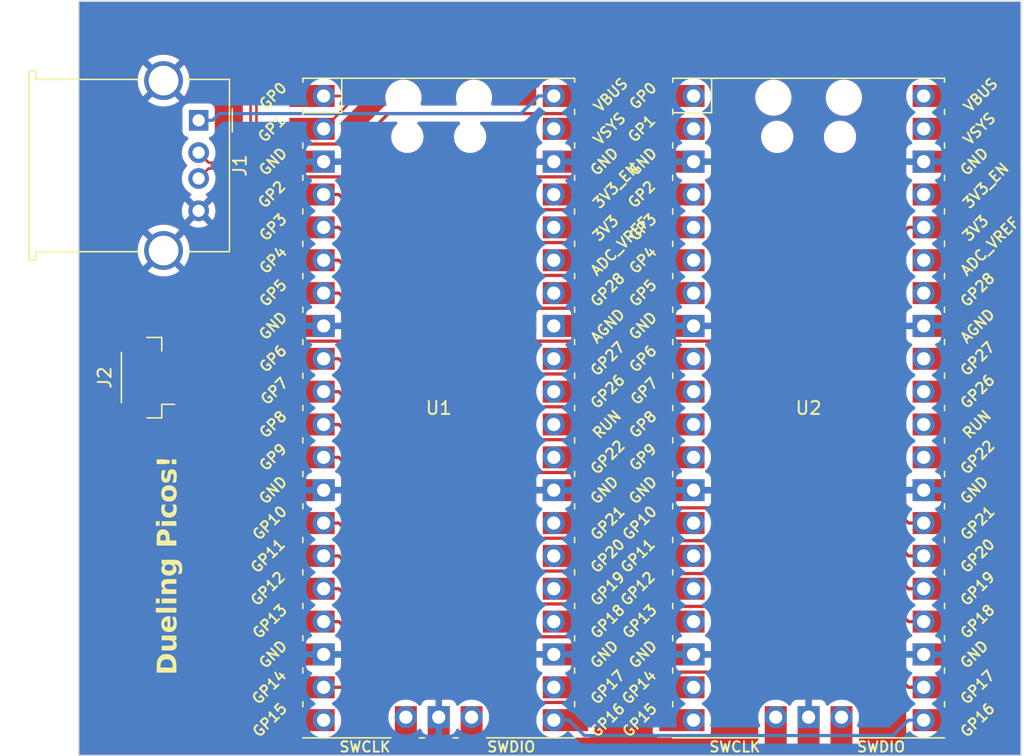
<source format=kicad_pcb>
(kicad_pcb (version 20221018) (generator pcbnew)
  (layers (0 "F.Cu" signal) (31 "B.Cu" signal) (34 "B.Paste" user) (35 "F.Paste" user) (36 "B.SilkS" user "B.Silkscreen") (37 "F.SilkS" user "F.Silkscreen") (38 "B.Mask" user) (39 "F.Mask" user) (44 "Edge.Cuts" user))
  (net 0 "")
  (net 1 "Net-(J1-VBUS)")
  (net 2 "/D-")
  (net 3 "/D+")
  (net 4 "GND")
  (net 5 "VCC")
  (net 6 "/SDA")
  (net 7 "/SCL")
  (net 8 "/Up")
  (net 9 "/Down")
  (net 10 "/Right")
  (net 11 "/Left")
  (net 12 "/B1")
  (net 13 "/B2")
  (net 14 "/R2")
  (net 15 "/L2")
  (net 16 "/B3")
  (net 17 "/B4")
  (net 18 "/R1")
  (net 19 "/L1")
  (net 20 "/TURBO")
  (net 22 "/S1")
  (net 23 "/S2")
  (net 24 "/L3")
  (net 25 "/R3")
  (net 26 "/A1")
  (net 27 "/A2")
  (footprint "MCU_RaspberryPi_and_Boards:RPi_Pico_SMD_TH" (layer "F.Cu") (at 153.09 85.15)
    (fp_text reference "U2" (at 0 0) (layer "F.SilkS"))
    (fp_text value "GP2040-CE Pico")
    (fp_text user "ADC_VREF" (at 14 -12.5 45) (layer "F.SilkS") (effects (font (size 0.8 0.8))))
    (fp_text user "GP1" (at -12.9 -21.6 45) (layer "F.SilkS") (effects (font (size 0.8 0.8))))
    (fp_text user "GP2" (at -12.9 -16.51 45) (layer "F.SilkS") (effects (font (size 0.8 0.8))))
    (fp_text user "VSYS" (at 13.2 -21.59 45) (layer "F.SilkS") (effects (font (size 0.8 0.8))))
    (fp_text user "GP0" (at -12.8 -24.13 45) (layer "F.SilkS") (effects (font (size 0.8 0.8))))
    (fp_text user "GND" (at -12.8 19.05 45) (layer "F.SilkS") (effects (font (size 0.8 0.8))))
    (fp_text user "GND" (at -12.8 6.35 45) (layer "F.SilkS") (effects (font (size 0.8 0.8))))
    (fp_text user "GP11" (at -13.2 11.43 45) (layer "F.SilkS") (effects (font (size 0.8 0.8))))
    (fp_text user "GP22" (at 13.054 3.81 45) (layer "F.SilkS") (effects (font (size 0.8 0.8))))
    (fp_text user "GND" (at 12.8 19.05 45) (layer "F.SilkS") (effects (font (size 0.8 0.8))))
    (fp_text user "GP8" (at -12.8 1.27 45) (layer "F.SilkS") (effects (font (size 0.8 0.8))))
    (fp_text user "GP21" (at 13.054 8.9 45) (layer "F.SilkS") (effects (font (size 0.8 0.8))))
    (fp_text user "GP7" (at -12.7 -1.3 45) (layer "F.SilkS") (effects (font (size 0.8 0.8))))
    (fp_text user "GP3" (at -12.8 -13.97 45) (layer "F.SilkS") (effects (font (size 0.8 0.8))))
    (fp_text user "SWCLK" (at -5.7 26.2) (layer "F.SilkS") (effects (font (size 0.8 0.8))))
    (fp_text user "GP16" (at 13.054 24.13 45) (layer "F.SilkS") (effects (font (size 0.8 0.8))))
    (fp_text user "GP26" (at 13.054 -1.27 45) (layer "F.SilkS") (effects (font (size 0.8 0.8))))
    (fp_text user "GP18" (at 13.054 16.51 45) (layer "F.SilkS") (effects (font (size 0.8 0.8))))
    (fp_text user "VBUS" (at 13.3 -24.2 45) (layer "F.SilkS") (effects (font (size 0.8 0.8))))
    (fp_text user "GP28" (at 13.054 -9.144 45) (layer "F.SilkS") (effects (font (size 0.8 0.8))))
    (fp_text user "GP5" (at -12.8 -8.89 45) (layer "F.SilkS") (effects (font (size 0.8 0.8))))
    (fp_text user "3V3" (at 12.9 -13.9 45) (layer "F.SilkS") (effects (font (size 0.8 0.8))))
    (fp_text user "GP12" (at -13.2 13.97 45) (layer "F.SilkS") (effects (font (size 0.8 0.8))))
    (fp_text user "GP14" (at -13.1 21.59 45) (layer "F.SilkS") (effects (font (size 0.8 0.8))))
    (fp_text user "GP17" (at 13.054 21.59 45) (layer "F.SilkS") (effects (font (size 0.8 0.8))))
    (fp_text user "GP10" (at -13.054 8.89 45) (layer "F.SilkS") (effects (font (size 0.8 0.8))))
    (fp_text user "GP15" (at -13.054 24.13 45) (layer "F.SilkS") (effects (font (size 0.8 0.8))))
    (fp_text user "GND" (at 12.8 -19.05 45) (layer "F.SilkS") (effects (font (size 0.8 0.8))))
    (fp_text user "GP4" (at -12.8 -11.43 45) (layer "F.SilkS") (effects (font (size 0.8 0.8))))
    (fp_text user "GP20" (at 13.054 11.43 45) (layer "F.SilkS") (effects (font (size 0.8 0.8))))
    (fp_text user "GP19" (at 13.054 13.97 45) (layer "F.SilkS") (effects (font (size 0.8 0.8))))
    (fp_text user "RUN" (at 13 1.27 45) (layer "F.SilkS") (effects (font (size 0.8 0.8))))
    (fp_text user "GND" (at 12.8 6.35 45) (layer "F.SilkS") (effects (font (size 0.8 0.8))))
    (fp_text user "GP27" (at 13.054 -3.8 45) (layer "F.SilkS") (effects (font (size 0.8 0.8))))
    (fp_text user "GND" (at -12.8 -19.05 45) (layer "F.SilkS") (effects (font (size 0.8 0.8))))
    (fp_text user "GND" (at -12.8 -6.35 45) (layer "F.SilkS") (effects (font (size 0.8 0.8))))
    (fp_text user "3V3_EN" (at 13.7 -17.2 45) (layer "F.SilkS") (effects (font (size 0.8 0.8))))
    (fp_text user "SWDIO" (at 5.6 26.2) (layer "F.SilkS") (effects (font (size 0.8 0.8))))
    (fp_text user "GP9" (at -12.8 3.81 45) (layer "F.SilkS") (effects (font (size 0.8 0.8))))
    (fp_text user "GP13" (at -13.054 16.51 45) (layer "F.SilkS") (effects (font (size 0.8 0.8))))
    (fp_text user "GP6" (at -12.8 -3.81 45) (layer "F.SilkS") (effects (font (size 0.8 0.8))))
    (fp_text user "AGND" (at 13.054 -6.35 45) (layer "F.SilkS") (effects (font (size 0.8 0.8))))
    (pad "" np_thru_hole oval (at -2.725 -24) (size 1.8 1.8) (drill 1.8) (layers "*.Cu" "*.Mask"))
    (pad "" np_thru_hole oval (at -2.425 -20.97) (size 1.5 1.5) (drill 1.5) (layers "*.Cu" "*.Mask"))
    (pad "" np_thru_hole oval (at 2.425 -20.97) (size 1.5 1.5) (drill 1.5) (layers "*.Cu" "*.Mask"))
    (pad "" np_thru_hole oval (at 2.725 -24) (size 1.8 1.8) (drill 1.8) (layers "*.Cu" "*.Mask"))
    (pad "1" thru_hole oval (at -8.89 -24.13) (size 1.7 1.7) (drill 1.02) (layers "*.Cu" "*.Mask") (net 6 "/SDA"))
    (pad "1" smd rect (at -8.89 -24.13) (size 3.5 1.7) (drill (offset -0.9 0)) (layers "F.Cu" "F.Mask") (net 6 "/SDA"))
    (pad "2" thru_hole oval (at -8.89 -21.59) (size 1.7 1.7) (drill 1.02) (layers "*.Cu" "*.Mask") (net 7 "/SCL"))
    (pad "2" smd rect (at -8.89 -21.59) (size 3.5 1.7) (drill (offset -0.9 0)) (layers "F.Cu" "F.Mask") (net 7 "/SCL"))
    (pad "3" thru_hole rect (at -8.89 -19.05) (size 1.7 1.7) (drill 1.02) (layers "*.Cu" "*.Mask") (net 4 "GND"))
    (pad "3" smd rect (at -8.89 -19.05) (size 3.5 1.7) (drill (offset -0.9 0)) (layers "F.Cu" "F.Mask") (net 4 "GND"))
    (pad "4" thru_hole oval (at -8.89 -16.51) (size 1.7 1.7) (drill 1.02) (layers "*.Cu" "*.Mask") (net 8 "/Up"))
    (pad "4" smd rect (at -8.89 -16.51) (size 3.5 1.7) (drill (offset -0.9 0)) (layers "F.Cu" "F.Mask") (net 8 "/Up"))
    (pad "5" thru_hole oval (at -8.89 -13.97) (size 1.7 1.7) (drill 1.02) (layers "*.Cu" "*.Mask") (net 9 "/Down"))
    (pad "5" smd rect (at -8.89 -13.97) (size 3.5 1.7) (drill (offset -0.9 0)) (layers "F.Cu" "F.Mask") (net 9 "/Down"))
    (pad "6" thru_hole oval (at -8.89 -11.43) (size 1.7 1.7) (drill 1.02) (layers "*.Cu" "*.Mask") (net 10 "/Right"))
    (pad "6" smd rect (at -8.89 -11.43) (size 3.5 1.7) (drill (offset -0.9 0)) (layers "F.Cu" "F.Mask") (net 10 "/Right"))
    (pad "7" thru_hole oval (at -8.89 -8.89) (size 1.7 1.7) (drill 1.02) (layers "*.Cu" "*.Mask") (net 11 "/Left"))
    (pad "7" smd rect (at -8.89 -8.89) (size 3.5 1.7) (drill (offset -0.9 0)) (layers "F.Cu" "F.Mask") (net 11 "/Left"))
    (pad "8" thru_hole rect (at -8.89 -6.35) (size 1.7 1.7) (drill 1.02) (layers "*.Cu" "*.Mask") (net 4 "GND"))
    (pad "8" smd rect (at -8.89 -6.35) (size 3.5 1.7) (drill (offset -0.9 0)) (layers "F.Cu" "F.Mask") (net 4 "GND"))
    (pad "9" thru_hole oval (at -8.89 -3.81) (size 1.7 1.7) (drill 1.02) (layers "*.Cu" "*.Mask") (net 12 "/B1"))
    (pad "9" smd rect (at -8.89 -3.81) (size 3.5 1.7) (drill (offset -0.9 0)) (layers "F.Cu" "F.Mask") (net 12 "/B1"))
    (pad "10" thru_hole oval (at -8.89 -1.27) (size 1.7 1.7) (drill 1.02) (layers "*.Cu" "*.Mask") (net 13 "/B2"))
    (pad "10" smd rect (at -8.89 -1.27) (size 3.5 1.7) (drill (offset -0.9 0)) (layers "F.Cu" "F.Mask") (net 13 "/B2"))
    (pad "11" thru_hole oval (at -8.89 1.27) (size 1.7 1.7) (drill 1.02) (layers "*.Cu" "*.Mask") (net 14 "/R2"))
    (pad "11" smd rect (at -8.89 1.27) (size 3.5 1.7) (drill (offset -0.9 0)) (layers "F.Cu" "F.Mask") (net 14 "/R2"))
    (pad "12" thru_hole oval (at -8.89 3.81) (size 1.7 1.7) (drill 1.02) (layers "*.Cu" "*.Mask") (net 15 "/L2"))
    (pad "12" smd rect (at -8.89 3.81) (size 3.5 1.7) (drill (offset -0.9 0)) (layers "F.Cu" "F.Mask") (net 15 "/L2"))
    (pad "13" thru_hole rect (at -8.89 6.35) (size 1.7 1.7) (drill 1.02) (layers "*.Cu" "*.Mask") (net 4 "GND"))
    (pad "13" smd rect (at -8.89 6.35) (size 3.5 1.7) (drill (offset -0.9 0)) (layers "F.Cu" "F.Mask") (net 4 "GND"))
    (pad "14" thru_hole oval (at -8.89 8.89) (size 1.7 1.7) (drill 1.02) (layers "*.Cu" "*.Mask") (net 16 "/B3"))
    (pad "14" smd rect (at -8.89 8.89) (size 3.5 1.7) (drill (offset -0.9 0)) (layers "F.Cu" "F.Mask") (net 16 "/B3"))
    (pad "15" thru_hole oval (at -8.89 11.43) (size 1.7 1.7) (drill 1.02) (layers "*.Cu" "*.Mask") (net 17 "/B4"))
    (pad "15" smd rect (at -8.89 11.43) (size 3.5 1.7) (drill (offset -0.9 0)) (layers "F.Cu" "F.Mask") (net 17 "/B4"))
    (pad "16" thru_hole oval (at -8.89 13.97) (size 1.7 1.7) (drill 1.02) (layers "*.Cu" "*.Mask") (net 18 "/R1"))
    (pad "16" smd rect (at -8.89 13.97) (size 3.5 1.7) (drill (offset -0.9 0)) (layers "F.Cu" "F.Mask") (net 18 "/R1"))
    (pad "17" thru_hole oval (at -8.89 16.51) (size 1.7 1.7) (drill 1.02) (layers "*.Cu" "*.Mask") (net 19 "/L1"))
    (pad "17" smd rect (at -8.89 16.51) (size 3.5 1.7) (drill (offset -0.9 0)) (layers "F.Cu" "F.Mask") (net 19 "/L1"))
    (pad "18" thru_hole rect (at -8.89 19.05) (size 1.7 1.7) (drill 1.02) (layers "*.Cu" "*.Mask") (net 4 "GND"))
    (pad "18" smd rect (at -8.89 19.05) (size 3.5 1.7) (drill (offset -0.9 0)) (layers "F.Cu" "F.Mask") (net 4 "GND"))
    (pad "19" thru_hole oval (at -8.89 21.59) (size 1.7 1.7) (drill 1.02) (layers "*.Cu" "*.Mask") (net 20 "/TURBO"))
    (pad "19" smd rect (at -8.89 21.59) (size 3.5 1.7) (drill (offset -0.9 0)) (layers "F.Cu" "F.Mask") (net 20 "/TURBO"))
    (pad "20" thru_hole oval (at -8.89 24.13) (size 1.7 1.7) (drill 1.02) (layers "*.Cu" "*.Mask"))
    (pad "20" smd rect (at -8.89 24.13) (size 3.5 1.7) (drill (offset -0.9 0)) (layers "F.Cu" "F.Mask"))
    (pad "21" thru_hole oval (at 8.89 24.13) (size 1.7 1.7) (drill 1.02) (layers "*.Cu" "*.Mask") (net 22 "/S1"))
    (pad "21" smd rect (at 8.89 24.13) (size 3.5 1.7) (drill (offset 0.9 0)) (layers "F.Cu" "F.Mask") (net 22 "/S1"))
    (pad "22" thru_hole oval (at 8.89 21.59) (size 1.7 1.7) (drill 1.02) (layers "*.Cu" "*.Mask") (net 23 "/S2"))
    (pad "22" smd rect (at 8.89 21.59) (size 3.5 1.7) (drill (offset 0.9 0)) (layers "F.Cu" "F.Mask") (net 23 "/S2"))
    (pad "23" thru_hole rect (at 8.89 19.05) (size 1.7 1.7) (drill 1.02) (layers "*.Cu" "*.Mask") (net 4 "GND"))
    (pad "23" smd rect (at 8.89 19.05) (size 3.5 1.7) (drill (offset 0.9 0)) (layers "F.Cu" "F.Mask") (net 4 "GND"))
    (pad "24" thru_hole oval (at 8.89 16.51) (size 1.7 1.7) (drill 1.02) (layers "*.Cu" "*.Mask") (net 24 "/L3"))
    (pad "24" smd rect (at 8.89 16.51) (size 3.5 1.7) (drill (offset 0.9 0)) (layers "F.Cu" "F.Mask") (net 24 "/L3"))
    (pad "25" thru_hole oval (at 8.89 13.97) (size 1.7 1.7) (drill 1.02) (layers "*.Cu" "*.Mask") (net 25 "/R3"))
    (pad "25" smd rect (at 8.89 13.97) (size 3.5 1.7) (drill (offset 0.9 0)) (layers "F.Cu" "F.Mask") (net 25 "/R3"))
    (pad "26" thru_hole oval (at 8.89 11.43) (size 1.7 1.7) (drill 1.02) (layers "*.Cu" "*.Mask") (net 26 "/A1"))
    (pad "26" smd rect (at 8.89 11.43) (size 3.5 1.7) (drill (offset 0.9 0)) (layers "F.Cu" "F.Mask") (net 26 "/A1"))
    (pad "27" thru_hole oval (at 8.89 8.89) (size 1.7 1.7) (drill 1.02) (layers "*.Cu" "*.Mask") (net 27 "/A2"))
    (pad "27" smd rect (at 8.89 8.89) (size 3.5 1.7) (drill (offset 0.9 0)) (layers "F.Cu" "F.Mask") (net 27 "/A2"))
    (pad "28" thru_hole rect (at 8.89 6.35) (size 1.7 1.7) (drill 1.02) (layers "*.Cu" "*.Mask") (net 4 "GND"))
    (pad "28" smd rect (at 8.89 6.35) (size 3.5 1.7) (drill (offset 0.9 0)) (layers "F.Cu" "F.Mask") (net 4 "GND"))
    (pad "29" thru_hole oval (at 8.89 3.81) (size 1.7 1.7) (drill 1.02) (layers "*.Cu" "*.Mask"))
    (pad "29" smd rect (at 8.89 3.81) (size 3.5 1.7) (drill (offset 0.9 0)) (layers "F.Cu" "F.Mask"))
    (pad "30" thru_hole oval (at 8.89 1.27) (size 1.7 1.7) (drill 1.02) (layers "*.Cu" "*.Mask"))
    (pad "30" smd rect (at 8.89 1.27) (size 3.5 1.7) (drill (offset 0.9 0)) (layers "F.Cu" "F.Mask"))
    (pad "31" thru_hole oval (at 8.89 -1.27) (size 1.7 1.7) (drill 1.02) (layers "*.Cu" "*.Mask"))
    (pad "31" smd rect (at 8.89 -1.27) (size 3.5 1.7) (drill (offset 0.9 0)) (layers "F.Cu" "F.Mask"))
    (pad "32" thru_hole oval (at 8.89 -3.81) (size 1.7 1.7) (drill 1.02) (layers "*.Cu" "*.Mask"))
    (pad "32" smd rect (at 8.89 -3.81) (size 3.5 1.7) (drill (offset 0.9 0)) (layers "F.Cu" "F.Mask"))
    (pad "33" thru_hole rect (at 8.89 -6.35) (size 1.7 1.7) (drill 1.02) (layers "*.Cu" "*.Mask") (net 4 "GND"))
    (pad "33" smd rect (at 8.89 -6.35) (size 3.5 1.7) (drill (offset 0.9 0)) (layers "F.Cu" "F.Mask") (net 4 "GND"))
    (pad "34" thru_hole oval (at 8.89 -8.89) (size 1.7 1.7) (drill 1.02) (layers "*.Cu" "*.Mask"))
    (pad "34" smd rect (at 8.89 -8.89) (size 3.5 1.7) (drill (offset 0.9 0)) (layers "F.Cu" "F.Mask"))
    (pad "35" thru_hole oval (at 8.89 -11.43) (size 1.7 1.7) (drill 1.02) (layers "*.Cu" "*.Mask"))
    (pad "35" smd rect (at 8.89 -11.43) (size 3.5 1.7) (drill (offset 0.9 0)) (layers "F.Cu" "F.Mask"))
    (pad "36" thru_hole oval (at 8.89 -13.97) (size 1.7 1.7) (drill 1.02) (layers "*.Cu" "*.Mask") (net 5 "VCC"))
    (pad "36" smd rect (at 8.89 -13.97) (size 3.5 1.7) (drill (offset 0.9 0)) (layers "F.Cu" "F.Mask") (net 5 "VCC"))
    (pad "37" thru_hole oval (at 8.89 -16.51) (size 1.7 1.7) (drill 1.02) (layers "*.Cu" "*.Mask"))
    (pad "37" smd rect (at 8.89 -16.51) (size 3.5 1.7) (drill (offset 0.9 0)) (layers "F.Cu" "F.Mask"))
    (pad "38" thru_hole rect (at 8.89 -19.05) (size 1.7 1.7) (drill 1.02) (layers "*.Cu" "*.Mask") (net 4 "GND"))
    (pad "38" smd rect (at 8.89 -19.05) (size 3.5 1.7) (drill (offset 0.9 0)) (layers "F.Cu" "F.Mask") (net 4 "GND"))
    (pad "39" thru_hole oval (at 8.89 -21.59) (size 1.7 1.7) (drill 1.02) (layers "*.Cu" "*.Mask"))
    (pad "39" smd rect (at 8.89 -21.59) (size 3.5 1.7) (drill (offset 0.9 0)) (layers "F.Cu" "F.Mask"))
    (pad "40" thru_hole oval (at 8.89 -24.13) (size 1.7 1.7) (drill 1.02) (layers "*.Cu" "*.Mask"))
    (pad "40" smd rect (at 8.89 -24.13) (size 3.5 1.7) (drill (offset 0.9 0)) (layers "F.Cu" "F.Mask"))
    (pad "41" thru_hole oval (at -2.54 23.9) (size 1.7 1.7) (drill 1.02) (layers "*.Cu" "*.Mask"))
    (pad "41" smd rect (at -2.54 23.9 90) (size 3.5 1.7) (drill (offset -0.9 0)) (layers "F.Cu" "F.Mask"))
    (pad "42" thru_hole rect (at 0 23.9) (size 1.7 1.7) (drill 1.02) (layers "*.Cu" "*.Mask") (net 4 "GND"))
    (pad "42" smd rect (at 0 23.9 90) (size 3.5 1.7) (drill (offset -0.9 0)) (layers "F.Cu" "F.Mask") (net 4 "GND"))
    (pad "43" thru_hole oval (at 2.54 23.9) (size 1.7 1.7) (drill 1.02) (layers "*.Cu" "*.Mask"))
    (pad "43" smd rect (at 2.54 23.9 90) (size 3.5 1.7) (drill (offset -0.9 0)) (layers "F.Cu" "F.Mask"))
  )
  (footprint "Connector_USB:USB_A_Molex_67643_Horizontal" (layer "F.Cu") (at 105.96 62.9 -90)
    (fp_text reference "J1" (at 3.5 -3.19 90) (layer "F.SilkS"))
    (fp_text value "USB_A")
    (pad "1" thru_hole rect (at 0 0 270) (size 1.6 1.5) (drill 0.95) (layers "*.Cu" "*.Mask") (net 1 "Net-(J1-VBUS)"))
    (pad "2" thru_hole circle (at 2.5 0 270) (size 1.6 1.6) (drill 0.95) (layers "*.Cu" "*.Mask") (net 2 "/D-"))
    (pad "3" thru_hole circle (at 4.5 0 270) (size 1.6 1.6) (drill 0.95) (layers "*.Cu" "*.Mask") (net 3 "/D+"))
    (pad "4" thru_hole circle (at 7 0 270) (size 1.6 1.6) (drill 0.95) (layers "*.Cu" "*.Mask") (net 4 "GND"))
    (pad "5" thru_hole circle (at -3.07 2.71 270) (size 3 3) (drill 2.3) (layers "*.Cu" "*.Mask") (net 4 "GND"))
    (pad "5" thru_hole circle (at 10.07 2.71 270) (size 3 3) (drill 2.3) (layers "*.Cu" "*.Mask") (net 4 "GND"))
  )
  (footprint "MCU_RaspberryPi_and_Boards:RPi_Pico_SMD_TH" (layer "F.Cu") (at 124.51 85.15)
    (fp_text reference "U1" (at 0 0) (layer "F.SilkS"))
    (fp_text value "Host Pico")
    (fp_text user "GP15" (at -13.054 24.13 45) (layer "F.SilkS") (effects (font (size 0.8 0.8))))
    (fp_text user "RUN" (at 13 1.27 45) (layer "F.SilkS") (effects (font (size 0.8 0.8))))
    (fp_text user "SWDIO" (at 5.6 26.2) (layer "F.SilkS") (effects (font (size 0.8 0.8))))
    (fp_text user "GND" (at -12.8 6.35 45) (layer "F.SilkS") (effects (font (size 0.8 0.8))))
    (fp_text user "GND" (at 12.8 -19.05 45) (layer "F.SilkS") (effects (font (size 0.8 0.8))))
    (fp_text user "GP28" (at 13.054 -9.144 45) (layer "F.SilkS") (effects (font (size 0.8 0.8))))
    (fp_text user "GP9" (at -12.8 3.81 45) (layer "F.SilkS") (effects (font (size 0.8 0.8))))
    (fp_text user "GP14" (at -13.1 21.59 45) (layer "F.SilkS") (effects (font (size 0.8 0.8))))
    (fp_text user "VSYS" (at 13.2 -21.59 45) (layer "F.SilkS") (effects (font (size 0.8 0.8))))
    (fp_text user "GP21" (at 13.054 8.9 45) (layer "F.SilkS") (effects (font (size 0.8 0.8))))
    (fp_text user "GP18" (at 13.054 16.51 45) (layer "F.SilkS") (effects (font (size 0.8 0.8))))
    (fp_text user "GND" (at 12.8 6.35 45) (layer "F.SilkS") (effects (font (size 0.8 0.8))))
    (fp_text user "GP13" (at -13.054 16.51 45) (layer "F.SilkS") (effects (font (size 0.8 0.8))))
    (fp_text user "GP6" (at -12.8 -3.81 45) (layer "F.SilkS") (effects (font (size 0.8 0.8))))
    (fp_text user "GP8" (at -12.8 1.27 45) (layer "F.SilkS") (effects (font (size 0.8 0.8))))
    (fp_text user "GP3" (at -12.8 -13.97 45) (layer "F.SilkS") (effects (font (size 0.8 0.8))))
    (fp_text user "GP19" (at 13.054 13.97 45) (layer "F.SilkS") (effects (font (size 0.8 0.8))))
    (fp_text user "GP12" (at -13.2 13.97 45) (layer "F.SilkS") (effects (font (size 0.8 0.8))))
    (fp_text user "GND" (at -12.8 -6.35 45) (layer "F.SilkS") (effects (font (size 0.8 0.8))))
    (fp_text user "GP7" (at -12.7 -1.3 45) (layer "F.SilkS") (effects (font (size 0.8 0.8))))
    (fp_text user "GND" (at 12.8 19.05 45) (layer "F.SilkS") (effects (font (size 0.8 0.8))))
    (fp_text user "ADC_VREF" (at 14 -12.5 45) (layer "F.SilkS") (effects (font (size 0.8 0.8))))
    (fp_text user "SWCLK" (at -5.7 26.2) (layer "F.SilkS") (effects (font (size 0.8 0.8))))
    (fp_text user "GP4" (at -12.8 -11.43 45) (layer "F.SilkS") (effects (font (size 0.8 0.8))))
    (fp_text user "GP17" (at 13.054 21.59 45) (layer "F.SilkS") (effects (font (size 0.8 0.8))))
    (fp_text user "VBUS" (at 13.3 -24.2 45) (layer "F.SilkS") (effects (font (size 0.8 0.8))))
    (fp_text user "GND" (at -12.8 19.05 45) (layer "F.SilkS") (effects (font (size 0.8 0.8))))
    (fp_text user "GP0" (at -12.8 -24.13 45) (layer "F.SilkS") (effects (font (size 0.8 0.8))))
    (fp_text user "GND" (at -12.8 -19.05 45) (layer "F.SilkS") (effects (font (size 0.8 0.8))))
    (fp_text user "GP26" (at 13.054 -1.27 45) (layer "F.SilkS") (effects (font (size 0.8 0.8))))
    (fp_text user "3V3_EN" (at 13.7 -17.2 45) (layer "F.SilkS") (effects (font (size 0.8 0.8))))
    (fp_text user "GP20" (at 13.054 11.43 45) (layer "F.SilkS") (effects (font (size 0.8 0.8))))
    (fp_text user "3V3" (at 12.9 -13.9 45) (layer "F.SilkS") (effects (font (size 0.8 0.8))))
    (fp_text user "GP1" (at -12.9 -21.6 45) (layer "F.SilkS") (effects (font (size 0.8 0.8))))
    (fp_text user "GP10" (at -13.054 8.89 45) (layer "F.SilkS") (effects (font (size 0.8 0.8))))
    (fp_text user "GP16" (at 13.054 24.13 45) (layer "F.SilkS") (effects (font (size 0.8 0.8))))
    (fp_text user "GP22" (at 13.054 3.81 45) (layer "F.SilkS") (effects (font (size 0.8 0.8))))
    (fp_text user "GP5" (at -12.8 -8.89 45) (layer "F.SilkS") (effects (font (size 0.8 0.8))))
    (fp_text user "AGND" (at 13.054 -6.35 45) (layer "F.SilkS") (effects (font (size 0.8 0.8))))
    (fp_text user "GP2" (at -12.9 -16.51 45) (layer "F.SilkS") (effects (font (size 0.8 0.8))))
    (fp_text user "GP11" (at -13.2 11.43 45) (layer "F.SilkS") (effects (font (size 0.8 0.8))))
    (fp_text user "GP27" (at 13.054 -3.8 45) (layer "F.SilkS") (effects (font (size 0.8 0.8))))
    (pad "" np_thru_hole oval (at -2.725 -24) (size 1.8 1.8) (drill 1.8) (layers "*.Cu" "*.Mask"))
    (pad "" np_thru_hole oval (at -2.425 -20.97) (size 1.5 1.5) (drill 1.5) (layers "*.Cu" "*.Mask"))
    (pad "" np_thru_hole oval (at 2.425 -20.97) (size 1.5 1.5) (drill 1.5) (layers "*.Cu" "*.Mask"))
    (pad "" np_thru_hole oval (at 2.725 -24) (size 1.8 1.8) (drill 1.8) (layers "*.Cu" "*.Mask"))
    (pad "1" thru_hole oval (at -8.89 -24.13) (size 1.7 1.7) (drill 1.02) (layers "*.Cu" "*.Mask") (net 3 "/D+"))
    (pad "1" smd rect (at -8.89 -24.13) (size 3.5 1.7) (drill (offset -0.9 0)) (layers "F.Cu" "F.Mask") (net 3 "/D+"))
    (pad "2" thru_hole oval (at -8.89 -21.59) (size 1.7 1.7) (drill 1.02) (layers "*.Cu" "*.Mask") (net 2 "/D-"))
    (pad "2" smd rect (at -8.89 -21.59) (size 3.5 1.7) (drill (offset -0.9 0)) (layers "F.Cu" "F.Mask") (net 2 "/D-"))
    (pad "3" thru_hole rect (at -8.89 -19.05) (size 1.7 1.7) (drill 1.02) (layers "*.Cu" "*.Mask") (net 4 "GND"))
    (pad "3" smd rect (at -8.89 -19.05) (size 3.5 1.7) (drill (offset -0.9 0)) (layers "F.Cu" "F.Mask") (net 4 "GND"))
    (pad "4" thru_hole oval (at -8.89 -16.51) (size 1.7 1.7) (drill 1.02) (layers "*.Cu" "*.Mask") (net 8 "/Up"))
    (pad "4" smd rect (at -8.89 -16.51) (size 3.5 1.7) (drill (offset -0.9 0)) (layers "F.Cu" "F.Mask") (net 8 "/Up"))
    (pad "5" thru_hole oval (at -8.89 -13.97) (size 1.7 1.7) (drill 1.02) (layers "*.Cu" "*.Mask") (net 9 "/Down"))
    (pad "5" smd rect (at -8.89 -13.97) (size 3.5 1.7) (drill (offset -0.9 0)) (layers "F.Cu" "F.Mask") (net 9 "/Down"))
    (pad "6" thru_hole oval (at -8.89 -11.43) (size 1.7 1.7) (drill 1.02) (layers "*.Cu" "*.Mask") (net 10 "/Right"))
    (pad "6" smd rect (at -8.89 -11.43) (size 3.5 1.7) (drill (offset -0.9 0)) (layers "F.Cu" "F.Mask") (net 10 "/Right"))
    (pad "7" thru_hole oval (at -8.89 -8.89) (size 1.7 1.7) (drill 1.02) (layers "*.Cu" "*.Mask") (net 11 "/Left"))
    (pad "7" smd rect (at -8.89 -8.89) (size 3.5 1.7) (drill (offset -0.9 0)) (layers "F.Cu" "F.Mask") (net 11 "/Left"))
    (pad "8" thru_hole rect (at -8.89 -6.35) (size 1.7 1.7) (drill 1.02) (layers "*.Cu" "*.Mask") (net 4 "GND"))
    (pad "8" smd rect (at -8.89 -6.35) (size 3.5 1.7) (drill (offset -0.9 0)) (layers "F.Cu" "F.Mask") (net 4 "GND"))
    (pad "9" thru_hole oval (at -8.89 -3.81) (size 1.7 1.7) (drill 1.02) (layers "*.Cu" "*.Mask") (net 12 "/B1"))
    (pad "9" smd rect (at -8.89 -3.81) (size 3.5 1.7) (drill (offset -0.9 0)) (layers "F.Cu" "F.Mask") (net 12 "/B1"))
    (pad "10" thru_hole oval (at -8.89 -1.27) (size 1.7 1.7) (drill 1.02) (layers "*.Cu" "*.Mask") (net 13 "/B2"))
    (pad "10" smd rect (at -8.89 -1.27) (size 3.5 1.7) (drill (offset -0.9 0)) (layers "F.Cu" "F.Mask") (net 13 "/B2"))
    (pad "11" thru_hole oval (at -8.89 1.27) (size 1.7 1.7) (drill 1.02) (layers "*.Cu" "*.Mask") (net 14 "/R2"))
    (pad "11" smd rect (at -8.89 1.27) (size 3.5 1.7) (drill (offset -0.9 0)) (layers "F.Cu" "F.Mask") (net 14 "/R2"))
    (pad "12" thru_hole oval (at -8.89 3.81) (size 1.7 1.7) (drill 1.02) (layers "*.Cu" "*.Mask") (net 15 "/L2"))
    (pad "12" smd rect (at -8.89 3.81) (size 3.5 1.7) (drill (offset -0.9 0)) (layers "F.Cu" "F.Mask") (net 15 "/L2"))
    (pad "13" thru_hole rect (at -8.89 6.35) (size 1.7 1.7) (drill 1.02) (layers "*.Cu" "*.Mask") (net 4 "GND"))
    (pad "13" smd rect (at -8.89 6.35) (size 3.5 1.7) (drill (offset -0.9 0)) (layers "F.Cu" "F.Mask") (net 4 "GND"))
    (pad "14" thru_hole oval (at -8.89 8.89) (size 1.7 1.7) (drill 1.02) (layers "*.Cu" "*.Mask") (net 16 "/B3"))
    (pad "14" smd rect (at -8.89 8.89) (size 3.5 1.7) (drill (offset -0.9 0)) (layers "F.Cu" "F.Mask") (net 16 "/B3"))
    (pad "15" thru_hole oval (at -8.89 11.43) (size 1.7 1.7) (drill 1.02) (layers "*.Cu" "*.Mask") (net 17 "/B4"))
    (pad "15" smd rect (at -8.89 11.43) (size 3.5 1.7) (drill (offset -0.9 0)) (layers "F.Cu" "F.Mask") (net 17 "/B4"))
    (pad "16" thru_hole oval (at -8.89 13.97) (size 1.7 1.7) (drill 1.02) (layers "*.Cu" "*.Mask") (net 18 "/R1"))
    (pad "16" smd rect (at -8.89 13.97) (size 3.5 1.7) (drill (offset -0.9 0)) (layers "F.Cu" "F.Mask") (net 18 "/R1"))
    (pad "17" thru_hole oval (at -8.89 16.51) (size 1.7 1.7) (drill 1.02) (layers "*.Cu" "*.Mask") (net 19 "/L1"))
    (pad "17" smd rect (at -8.89 16.51) (size 3.5 1.7) (drill (offset -0.9 0)) (layers "F.Cu" "F.Mask") (net 19 "/L1"))
    (pad "18" thru_hole rect (at -8.89 19.05) (size 1.7 1.7) (drill 1.02) (layers "*.Cu" "*.Mask") (net 4 "GND"))
    (pad "18" smd rect (at -8.89 19.05) (size 3.5 1.7) (drill (offset -0.9 0)) (layers "F.Cu" "F.Mask") (net 4 "GND"))
    (pad "19" thru_hole oval (at -8.89 21.59) (size 1.7 1.7) (drill 1.02) (layers "*.Cu" "*.Mask") (net 20 "/TURBO"))
    (pad "19" smd rect (at -8.89 21.59) (size 3.5 1.7) (drill (offset -0.9 0)) (layers "F.Cu" "F.Mask") (net 20 "/TURBO"))
    (pad "20" thru_hole oval (at -8.89 24.13) (size 1.7 1.7) (drill 1.02) (layers "*.Cu" "*.Mask"))
    (pad "20" smd rect (at -8.89 24.13) (size 3.5 1.7) (drill (offset -0.9 0)) (layers "F.Cu" "F.Mask"))
    (pad "21" thru_hole oval (at 8.89 24.13) (size 1.7 1.7) (drill 1.02) (layers "*.Cu" "*.Mask") (net 22 "/S1"))
    (pad "21" smd rect (at 8.89 24.13) (size 3.5 1.7) (drill (offset 0.9 0)) (layers "F.Cu" "F.Mask") (net 22 "/S1"))
    (pad "22" thru_hole oval (at 8.89 21.59) (size 1.7 1.7) (drill 1.02) (layers "*.Cu" "*.Mask") (net 23 "/S2"))
    (pad "22" smd rect (at 8.89 21.59) (size 3.5 1.7) (drill (offset 0.9 0)) (layers "F.Cu" "F.Mask") (net 23 "/S2"))
    (pad "23" thru_hole rect (at 8.89 19.05) (size 1.7 1.7) (drill 1.02) (layers "*.Cu" "*.Mask") (net 4 "GND"))
    (pad "23" smd rect (at 8.89 19.05) (size 3.5 1.7) (drill (offset 0.9 0)) (layers "F.Cu" "F.Mask") (net 4 "GND"))
    (pad "24" thru_hole oval (at 8.89 16.51) (size 1.7 1.7) (drill 1.02) (layers "*.Cu" "*.Mask") (net 24 "/L3"))
    (pad "24" smd rect (at 8.89 16.51) (size 3.5 1.7) (drill (offset 0.9 0)) (layers "F.Cu" "F.Mask") (net 24 "/L3"))
    (pad "25" thru_hole oval (at 8.89 13.97) (size 1.7 1.7) (drill 1.02) (layers "*.Cu" "*.Mask") (net 25 "/R3"))
    (pad "25" smd rect (at 8.89 13.97) (size 3.5 1.7) (drill (offset 0.9 0)) (layers "F.Cu" "F.Mask") (net 25 "/R3"))
    (pad "26" thru_hole oval (at 8.89 11.43) (size 1.7 1.7) (drill 1.02) (layers "*.Cu" "*.Mask") (net 26 "/A1"))
    (pad "26" smd rect (at 8.89 11.43) (size 3.5 1.7) (drill (offset 0.9 0)) (layers "F.Cu" "F.Mask") (net 26 "/A1"))
    (pad "27" thru_hole oval (at 8.89 8.89) (size 1.7 1.7) (drill 1.02) (layers "*.Cu" "*.Mask") (net 27 "/A2"))
    (pad "27" smd rect (at 8.89 8.89) (size 3.5 1.7) (drill (offset 0.9 0)) (layers "F.Cu" "F.Mask") (net 27 "/A2"))
    (pad "28" thru_hole rect (at 8.89 6.35) (size 1.7 1.7) (drill 1.02) (layers "*.Cu" "*.Mask") (net 4 "GND"))
    (pad "28" smd rect (at 8.89 6.35) (size 3.5 1.7) (drill (offset 0.9 0)) (layers "F.Cu" "F.Mask") (net 4 "GND"))
    (pad "29" thru_hole oval (at 8.89 3.81) (size 1.7 1.7) (drill 1.02) (layers "*.Cu" "*.Mask"))
    (pad "29" smd rect (at 8.89 3.81) (size 3.5 1.7) (drill (offset 0.9 0)) (layers "F.Cu" "F.Mask"))
    (pad "30" thru_hole oval (at 8.89 1.27) (size 1.7 1.7) (drill 1.02) (layers "*.Cu" "*.Mask"))
    (pad "30" smd rect (at 8.89 1.27) (size 3.5 1.7) (drill (offset 0.9 0)) (layers "F.Cu" "F.Mask"))
    (pad "31" thru_hole oval (at 8.89 -1.27) (size 1.7 1.7) (drill 1.02) (layers "*.Cu" "*.Mask"))
    (pad "31" smd rect (at 8.89 -1.27) (size 3.5 1.7) (drill (offset 0.9 0)) (layers "F.Cu" "F.Mask"))
    (pad "32" thru_hole oval (at 8.89 -3.81) (size 1.7 1.7) (drill 1.02) (layers "*.Cu" "*.Mask"))
    (pad "32" smd rect (at 8.89 -3.81) (size 3.5 1.7) (drill (offset 0.9 0)) (layers "F.Cu" "F.Mask"))
    (pad "33" thru_hole rect (at 8.89 -6.35) (size 1.7 1.7) (drill 1.02) (layers "*.Cu" "*.Mask"))
    (pad "33" smd rect (at 8.89 -6.35) (size 3.5 1.7) (drill (offset 0.9 0)) (layers "F.Cu" "F.Mask"))
    (pad "34" thru_hole oval (at 8.89 -8.89) (size 1.7 1.7) (drill 1.02) (layers "*.Cu" "*.Mask"))
    (pad "34" smd rect (at 8.89 -8.89) (size 3.5 1.7) (drill (offset 0.9 0)) (layers "F.Cu" "F.Mask"))
    (pad "35" thru_hole oval (at 8.89 -11.43) (size 1.7 1.7) (drill 1.02) (layers "*.Cu" "*.Mask"))
    (pad "35" smd rect (at 8.89 -11.43) (size 3.5 1.7) (drill (offset 0.9 0)) (layers "F.Cu" "F.Mask"))
    (pad "36" thru_hole oval (at 8.89 -13.97) (size 1.7 1.7) (drill 1.02) (layers "*.Cu" "*.Mask"))
    (pad "36" smd rect (at 8.89 -13.97) (size 3.5 1.7) (drill (offset 0.9 0)) (layers "F.Cu" "F.Mask"))
    (pad "37" thru_hole oval (at 8.89 -16.51) (size 1.7 1.7) (drill 1.02) (layers "*.Cu" "*.Mask"))
    (pad "37" smd rect (at 8.89 -16.51) (size 3.5 1.7) (drill (offset 0.9 0)) (layers "F.Cu" "F.Mask"))
    (pad "38" thru_hole rect (at 8.89 -19.05) (size 1.7 1.7) (drill 1.02) (layers "*.Cu" "*.Mask") (net 4 "GND"))
    (pad "38" smd rect (at 8.89 -19.05) (size 3.5 1.7) (drill (offset 0.9 0)) (layers "F.Cu" "F.Mask") (net 4 "GND"))
    (pad "39" thru_hole oval (at 8.89 -21.59) (size 1.7 1.7) (drill 1.02) (layers "*.Cu" "*.Mask"))
    (pad "39" smd rect (at 8.89 -21.59) (size 3.5 1.7) (drill (offset 0.9 0)) (layers "F.Cu" "F.Mask"))
    (pad "40" thru_hole oval (at 8.89 -24.13) (size 1.7 1.7) (drill 1.02) (layers "*.Cu" "*.Mask") (net 1 "Net-(J1-VBUS)"))
    (pad "40" smd rect (at 8.89 -24.13) (size 3.5 1.7) (drill (offset 0.9 0)) (layers "F.Cu" "F.Mask") (net 1 "Net-(J1-VBUS)"))
    (pad "41" thru_hole oval (at -2.54 23.9) (size 1.7 1.7) (drill 1.02) (layers "*.Cu" "*.Mask"))
    (pad "41" smd rect (at -2.54 23.9 90) (size 3.5 1.7) (drill (offset -0.9 0)) (layers "F.Cu" "F.Mask"))
    (pad "42" thru_hole rect (at 0 23.9) (size 1.7 1.7) (drill 1.02) (layers "*.Cu" "*.Mask") (net 4 "GND"))
    (pad "42" smd rect (at 0 23.9 90) (size 3.5 1.7) (drill (offset -0.9 0)) (layers "F.Cu" "F.Mask") (net 4 "GND"))
    (pad "43" thru_hole oval (at 2.54 23.9) (size 1.7 1.7) (drill 1.02) (layers "*.Cu" "*.Mask"))
    (pad "43" smd rect (at 2.54 23.9 90) (size 3.5 1.7) (drill (offset -0.9 0)) (layers "F.Cu" "F.Mask"))
  )
  (footprint "Connector_JST:JST_SH_BM04B-SRSS-TB_1x04-1MP_P1.00mm_Vertical" (layer "F.Cu") (at 102 82.8 90)
    (fp_text reference "J2" (at 0 -3.3 90) (layer "F.SilkS"))
    (fp_text value "Conn_01x04_Pin")
    (pad "1" smd roundrect (at -1.5 1.325 90) (size 0.6 1.55) (layers "F.Cu" "F.Paste" "F.Mask") (net 4 "GND"))
    (pad "2" smd roundrect (at -0.5 1.325 90) (size 0.6 1.55) (layers "F.Cu" "F.Paste" "F.Mask") (net 5 "VCC"))
    (pad "3" smd roundrect (at 0.5 1.325 90) (size 0.6 1.55) (layers "F.Cu" "F.Paste" "F.Mask") (net 6 "/SDA"))
    (pad "4" smd roundrect (at 1.5 1.325 90) (size 0.6 1.55) (layers "F.Cu" "F.Paste" "F.Mask") (net 7 "/SCL"))
    (pad "MP" smd roundrect (at -2.8 -1.2 90) (size 1.2 1.8) (layers "F.Cu" "F.Paste" "F.Mask") (roundrect_rratio 0.208333))
    (pad "MP" smd roundrect (at 2.8 -1.2 90) (size 1.2 1.8) (layers "F.Cu" "F.Paste" "F.Mask") (roundrect_rratio 0.208333))
  )
  (gr_rect (start 96.7 53.7) (end 169.5 112) (stroke (width 0.1)) (fill none) (layer "Edge.Cuts"))
  (gr_text "Dueling Picos!" (at 104.2 106.1 90) (layer "F.Cu") (effects (font (size 1.5 1.5) (thickness 0.3) bold) (justify left bottom)))
  (gr_text "Dueling Picos!" (at 104.5 105.8 90) (layer "F.SilkS") (effects (font (size 1.5 1.5) (thickness 0.3) bold) (justify left bottom)))
  (segment (start 105.96 62.9) (end 107.0351 62.9) (width 0.25) (layer "B.Cu") (net 1))
  (segment (start 133.4 61.02) (end 132.2249 61.02) (width 0.25) (layer "B.Cu") (net 1))
  (segment (start 107.0351 62.9) (end 107.5503 62.3848) (width 0.25) (layer "B.Cu") (net 1))
  (segment (start 130.8601 62.3848) (end 132.2249 61.02) (width 0.25) (layer "B.Cu") (net 1))
  (segment (start 107.5503 62.3848) (end 130.8601 62.3848) (width 0.25) (layer "B.Cu") (net 1))
  (segment (start 117.0932 58.275) (end 112.8068 58.275) (width 0.2) (layer "F.Cu") (net 2))
  (segment (start 109.975 61.1068) (end 109.975 65.2068) (width 0.2) (layer "F.Cu") (net 2))
  (segment (start 115.62 63.56) (end 118.525 60.655) (width 0.2) (layer "F.Cu") (net 2))
  (segment (start 118.525 60.655) (end 118.525 59.7068) (width 0.2) (layer "F.Cu") (net 2))
  (segment (start 106.734999 66.174999) (end 105.96 65.4) (width 0.2) (layer "F.Cu") (net 2))
  (segment (start 118.525 59.7068) (end 117.0932 58.275) (width 0.2) (layer "F.Cu") (net 2))
  (segment (start 109.006801 66.174999) (end 106.734999 66.174999) (width 0.2) (layer "F.Cu") (net 2))
  (segment (start 109.975 65.2068) (end 109.006801 66.174999) (width 0.2) (layer "F.Cu") (net 2))
  (segment (start 112.8068 58.275) (end 109.975 61.1068) (width 0.2) (layer "F.Cu") (net 2))
  (segment (start 115.0568 58.725) (end 114.479857 58.725) (width 0.2) (layer "F.Cu") (net 3))
  (segment (start 117.650734 59.893199) (end 117.476237 60.067697) (width 0.2) (layer "F.Cu") (net 3))
  (segment (start 117.051972 59.643432) (end 117.051972 59.643431) (width 0.2) (layer "F.Cu") (net 3))
  (segment (start 117.22647 59.04467) (end 117.226471 59.044671) (width 0.2) (layer "F.Cu") (net 3))
  (segment (start 117.650735 59.893199) (end 117.650734 59.893199) (width 0.2) (layer "F.Cu") (net 3))
  (segment (start 117.226471 59.044671) (end 116.9068 58.725) (width 0.2) (layer "F.Cu") (net 3))
  (segment (start 112.9932 58.725) (end 110.425 61.2932) (width 0.2) (layer "F.Cu") (net 3))
  (segment (start 114.479857 58.725) (end 112.9932 58.725) (width 0.2) (layer "F.Cu") (net 3))
  (segment (start 115.9568 59.025) (end 115.9568 59.271746) (width 0.2) (layer "F.Cu") (net 3))
  (segment (start 118.075 60.468603) (end 118.075 59.8932) (width 0.2) (layer "F.Cu") (net 3))
  (segment (start 106.734999 66.625001) (end 105.96 67.4) (width 0.2) (layer "F.Cu") (net 3))
  (segment (start 116.9068 58.725) (end 116.2568 58.725) (width 0.2) (layer "F.Cu") (net 3))
  (segment (start 117.523603 61.02) (end 118.075 60.468603) (width 0.2) (layer "F.Cu") (net 3))
  (segment (start 109.193199 66.625001) (end 106.734999 66.625001) (width 0.2) (layer "F.Cu") (net 3))
  (segment (start 117.051972 59.643431) (end 117.22647 59.468934) (width 0.2) (layer "F.Cu") (net 3))
  (segment (start 110.425 61.2932) (end 110.425 65.3932) (width 0.2) (layer "F.Cu") (net 3))
  (segment (start 115.62 61.02) (end 117.523603 61.02) (width 0.2) (layer "F.Cu") (net 3))
  (segment (start 115.3568 59.271746) (end 115.3568 59.025) (width 0.2) (layer "F.Cu") (net 3))
  (segment (start 110.425 65.3932) (end 109.193199 66.625001) (width 0.2) (layer "F.Cu") (net 3))
  (arc (start 116.2568 58.725) (mid 116.044668 58.812868) (end 115.9568 59.025) (width 0.2) (layer "F.Cu") (net 3))
  (arc (start 117.22647 59.468934) (mid 117.314338 59.256802) (end 117.22647 59.04467) (width 0.2) (layer "F.Cu") (net 3))
  (arc (start 117.476237 60.067697) (mid 117.264105 60.155565) (end 117.051973 60.067697) (width 0.2) (layer "F.Cu") (net 3))
  (arc (start 115.6568 59.571746) (mid 115.444668 59.483878) (end 115.3568 59.271746) (width 0.2) (layer "F.Cu") (net 3))
  (arc (start 117.051973 60.067697) (mid 116.964103 59.855564) (end 117.051972 59.643432) (width 0.2) (layer "F.Cu") (net 3))
  (arc (start 115.9568 59.271746) (mid 115.868932 59.483878) (end 115.6568 59.571746) (width 0.2) (layer "F.Cu") (net 3))
  (arc (start 115.3568 59.025) (mid 115.268932 58.812868) (end 115.0568 58.725) (width 0.2) (layer "F.Cu") (net 3))
  (arc (start 118.075 59.8932) (mid 117.862867 59.80533) (end 117.650735 59.893199) (width 0.2) (layer "F.Cu") (net 3))
  (segment (start 161.98 71.18) (end 160.8049 71.18) (width 0.25) (layer "F.Cu") (net 5))
  (segment (start 107.543 83.3) (end 110.8679 79.9751) (width 0.25) (layer "F.Cu") (net 5))
  (segment (start 152.0098 79.9751) (end 160.8049 71.18) (width 0.25) (layer "F.Cu") (net 5))
  (segment (start 110.8679 79.9751) (end 152.0098 79.9751) (width 0.25) (layer "F.Cu") (net 5))
  (segment (start 103.325 83.3) (end 107.543 83.3) (width 0.25) (layer "F.Cu") (net 5))
  (segment (start 102.7746 82.3) (end 102.1995 81.7249) (width 0.25) (layer "F.Cu") (net 6))
  (segment (start 103.325 82.3) (end 102.7746 82.3) (width 0.25) (layer "F.Cu") (net 6))
  (segment (start 139.8601 62.3848) (end 141.2249 61.02) (width 0.25) (layer "F.Cu") (net 6))
  (segment (start 120.6139 62.3848) (end 139.8601 62.3848) (width 0.25) (layer "F.Cu") (net 6))
  (segment (start 110.6991 66.9614) (end 112.9254 64.7351) (width 0.25) (layer "F.Cu") (net 6))
  (segment (start 118.2636 64.7351) (end 120.6139 62.3848) (width 0.25) (layer "F.Cu") (net 6))
  (segment (start 102.1995 77.2581) (end 110.6991 68.7585) (width 0.25) (layer "F.Cu") (net 6))
  (segment (start 102.1995 81.7249) (end 102.1995 77.2581) (width 0.25) (layer "F.Cu") (net 6))
  (segment (start 110.6991 68.7585) (end 110.6991 66.9614) (width 0.25) (layer "F.Cu") (net 6))
  (segment (start 112.9254 64.7351) (end 118.2636 64.7351) (width 0.25) (layer "F.Cu") (net 6))
  (segment (start 144.2 61.02) (end 141.2249 61.02) (width 0.25) (layer "F.Cu") (net 6))
  (segment (start 141.2249 63.56) (end 137.5097 67.2752) (width 0.25) (layer "F.Cu") (net 7))
  (segment (start 103.325 76.9752) (end 103.325 81.3) (width 0.25) (layer "F.Cu") (net 7))
  (segment (start 113.025 67.2752) (end 103.325 76.9752) (width 0.25) (layer "F.Cu") (net 7))
  (segment (start 144.2 63.56) (end 141.2249 63.56) (width 0.25) (layer "F.Cu") (net 7))
  (segment (start 137.5097 67.2752) (end 113.025 67.2752) (width 0.25) (layer "F.Cu") (net 7))
  (segment (start 115.62 68.64) (end 116.7951 68.64) (width 0.25) (layer "F.Cu") (net 8))
  (segment (start 117.9702 69.8151) (end 140.0498 69.8151) (width 0.25) (layer "F.Cu") (net 8))
  (segment (start 140.0498 69.8151) (end 141.2249 68.64) (width 0.25) (layer "F.Cu") (net 8))
  (segment (start 144.2 68.64) (end 141.2249 68.64) (width 0.25) (layer "F.Cu") (net 8))
  (segment (start 116.7951 68.64) (end 117.9702 69.8151) (width 0.25) (layer "F.Cu") (net 8))
  (segment (start 144.2 71.18) (end 141.2249 71.18) (width 0.25) (layer "F.Cu") (net 9))
  (segment (start 115.62 71.18) (end 116.7951 71.18) (width 0.25) (layer "F.Cu") (net 9))
  (segment (start 116.7951 71.18) (end 117.9702 72.3551) (width 0.25) (layer "F.Cu") (net 9))
  (segment (start 140.0498 72.3551) (end 141.2249 71.18) (width 0.25) (layer "F.Cu") (net 9))
  (segment (start 117.9702 72.3551) (end 140.0498 72.3551) (width 0.25) (layer "F.Cu") (net 9))
  (segment (start 116.7951 73.72) (end 117.9702 74.8951) (width 0.25) (layer "F.Cu") (net 10))
  (segment (start 115.62 73.72) (end 116.7951 73.72) (width 0.25) (layer "F.Cu") (net 10))
  (segment (start 117.9702 74.8951) (end 140.0498 74.8951) (width 0.25) (layer "F.Cu") (net 10))
  (segment (start 140.0498 74.8951) (end 141.2249 73.72) (width 0.25) (layer "F.Cu") (net 10))
  (segment (start 144.2 73.72) (end 141.2249 73.72) (width 0.25) (layer "F.Cu") (net 10))
  (segment (start 140.0498 77.4351) (end 141.2249 76.26) (width 0.25) (layer "F.Cu") (net 11))
  (segment (start 117.9702 77.4351) (end 140.0498 77.4351) (width 0.25) (layer "F.Cu") (net 11))
  (segment (start 144.2 76.26) (end 141.2249 76.26) (width 0.25) (layer "F.Cu") (net 11))
  (segment (start 115.62 76.26) (end 116.7951 76.26) (width 0.25) (layer "F.Cu") (net 11))
  (segment (start 116.7951 76.26) (end 117.9702 77.4351) (width 0.25) (layer "F.Cu") (net 11))
  (segment (start 116.7951 81.34) (end 117.9702 82.5151) (width 0.25) (layer "F.Cu") (net 12))
  (segment (start 115.62 81.34) (end 116.7951 81.34) (width 0.25) (layer "F.Cu") (net 12))
  (segment (start 117.9702 82.5151) (end 140.0498 82.5151) (width 0.25) (layer "F.Cu") (net 12))
  (segment (start 140.0498 82.5151) (end 141.2249 81.34) (width 0.25) (layer "F.Cu") (net 12))
  (segment (start 144.2 81.34) (end 141.2249 81.34) (width 0.25) (layer "F.Cu") (net 12))
  (segment (start 115.62 83.88) (end 116.7951 83.88) (width 0.25) (layer "F.Cu") (net 13))
  (segment (start 140.0498 85.0551) (end 117.9702 85.0551) (width 0.25) (layer "F.Cu") (net 13))
  (segment (start 117.9702 85.0551) (end 116.7951 83.88) (width 0.25) (layer "F.Cu") (net 13))
  (segment (start 141.2249 83.88) (end 140.0498 85.0551) (width 0.25) (layer "F.Cu") (net 13))
  (segment (start 144.2 83.88) (end 141.2249 83.88) (width 0.25) (layer "F.Cu") (net 13))
  (segment (start 116.7951 86.42) (end 117.9702 87.5951) (width 0.25) (layer "F.Cu") (net 14))
  (segment (start 144.2 86.42) (end 141.2249 86.42) (width 0.25) (layer "F.Cu") (net 14))
  (segment (start 115.62 86.42) (end 116.7951 86.42) (width 0.25) (layer "F.Cu") (net 14))
  (segment (start 117.9702 87.5951) (end 140.0498 87.5951) (width 0.25) (layer "F.Cu") (net 14))
  (segment (start 140.0498 87.5951) (end 141.2249 86.42) (width 0.25) (layer "F.Cu") (net 14))
  (segment (start 115.62 88.96) (end 116.7951 88.96) (width 0.25) (layer "F.Cu") (net 15))
  (segment (start 116.7951 88.96) (end 117.9702 90.1351) (width 0.25) (layer "F.Cu") (net 15))
  (segment (start 144.2 88.96) (end 141.2249 88.96) (width 0.25) (layer "F.Cu") (net 15))
  (segment (start 117.9702 90.1351) (end 140.0498 90.1351) (width 0.25) (layer "F.Cu") (net 15))
  (segment (start 140.0498 90.1351) (end 141.2249 88.96) (width 0.25) (layer "F.Cu") (net 15))
  (segment (start 117.9703 95.2152) (end 136.5192 95.2152) (width 0.25) (layer "F.Cu") (net 16))
  (segment (start 116.7951 94.04) (end 117.9703 95.2152) (width 0.25) (layer "F.Cu") (net 16))
  (segment (start 137.6944 94.04) (end 144.2 94.04) (width 0.25) (layer "F.Cu") (net 16))
  (segment (start 115.62 94.04) (end 116.7951 94.04) (width 0.25) (layer "F.Cu") (net 16))
  (segment (start 136.5192 95.2152) (end 137.6944 94.04) (width 0.25) (layer "F.Cu") (net 16))
  (segment (start 136.5192 97.7552) (end 137.6944 96.58) (width 0.25) (layer "F.Cu") (net 17))
  (segment (start 116.7951 96.58) (end 117.9703 97.7552) (width 0.25) (layer "F.Cu") (net 17))
  (segment (start 117.9703 97.7552) (end 136.5192 97.7552) (width 0.25) (layer "F.Cu") (net 17))
  (segment (start 137.6944 96.58) (end 144.2 96.58) (width 0.25) (layer "F.Cu") (net 17))
  (segment (start 115.62 96.58) (end 116.7951 96.58) (width 0.25) (layer "F.Cu") (net 17))
  (segment (start 117.9703 100.2952) (end 136.5192 100.2952) (width 0.25) (layer "F.Cu") (net 18))
  (segment (start 137.6944 99.12) (end 144.2 99.12) (width 0.25) (layer "F.Cu") (net 18))
  (segment (start 136.5192 100.2952) (end 137.6944 99.12) (width 0.25) (layer "F.Cu") (net 18))
  (segment (start 115.62 99.12) (end 116.7951 99.12) (width 0.25) (layer "F.Cu") (net 18))
  (segment (start 116.7951 99.12) (end 117.9703 100.2952) (width 0.25) (layer "F.Cu") (net 18))
  (segment (start 116.7951 101.66) (end 117.9702 102.8351) (width 0.25) (layer "F.Cu") (net 19))
  (segment (start 140.0498 102.8351) (end 141.2249 101.66) (width 0.25) (layer "F.Cu") (net 19))
  (segment (start 144.2 101.66) (end 141.2249 101.66) (width 0.25) (layer "F.Cu") (net 19))
  (segment (start 117.9702 102.8351) (end 140.0498 102.8351) (width 0.25) (layer "F.Cu") (net 19))
  (segment (start 115.62 101.66) (end 116.7951 101.66) (width 0.25) (layer "F.Cu") (net 19))
  (segment (start 129.2768 106.74) (end 130.4519 107.9151) (width 0.25) (layer "F.Cu") (net 20))
  (segment (start 130.4519 107.9151) (end 140.0498 107.9151) (width 0.25) (layer "F.Cu") (net 20))
  (segment (start 140.0498 107.9151) (end 141.2249 106.74) (width 0.25) (layer "F.Cu") (net 20))
  (segment (start 144.2 106.74) (end 141.2249 106.74) (width 0.25) (layer "F.Cu") (net 20))
  (segment (start 115.62 106.74) (end 129.2768 106.74) (width 0.25) (layer "F.Cu") (net 20))
  (segment (start 135.7637 110.4686) (end 159.6163 110.4686) (width 0.25) (layer "B.Cu") (net 22))
  (segment (start 161.98 109.28) (end 160.8049 109.28) (width 0.25) (layer "B.Cu") (net 22))
  (segment (start 134.5751 109.28) (end 135.7637 110.4686) (width 0.25) (layer "B.Cu") (net 22))
  (segment (start 133.4 109.28) (end 134.5751 109.28) (width 0.25) (layer "B.Cu") (net 22))
  (segment (start 159.6163 110.4686) (end 160.8049 109.28) (width 0.25) (layer "B.Cu") (net 22))
  (segment (start 159.6298 105.5649) (end 137.5502 105.5649) (width 0.25) (layer "F.Cu") (net 23))
  (segment (start 133.4 106.74) (end 136.3751 106.74) (width 0.25) (layer "F.Cu") (net 23))
  (segment (start 160.8049 106.74) (end 159.6298 105.5649) (width 0.25) (layer "F.Cu") (net 23))
  (segment (start 137.5502 105.5649) (end 136.3751 106.74) (width 0.25) (layer "F.Cu") (net 23))
  (segment (start 161.98 106.74) (end 160.8049 106.74) (width 0.25) (layer "F.Cu") (net 23))
  (segment (start 136.3751 101.66) (end 137.5502 100.4849) (width 0.25) (layer "F.Cu") (net 24))
  (segment (start 161.98 101.66) (end 160.8049 101.66) (width 0.25) (layer "F.Cu") (net 24))
  (segment (start 159.6298 100.4849) (end 160.8049 101.66) (width 0.25) (layer "F.Cu") (net 24))
  (segment (start 137.5502 100.4849) (end 159.6298 100.4849) (width 0.25) (layer "F.Cu") (net 24))
  (segment (start 133.4 101.66) (end 136.3751 101.66) (width 0.25) (layer "F.Cu") (net 24))
  (segment (start 136.3751 99.12) (end 137.5502 97.9449) (width 0.25) (layer "F.Cu") (net 25))
  (segment (start 137.5502 97.9449) (end 159.6298 97.9449) (width 0.25) (layer "F.Cu") (net 25))
  (segment (start 161.98 99.12) (end 160.8049 99.12) (width 0.25) (layer "F.Cu") (net 25))
  (segment (start 159.6298 97.9449) (end 160.8049 99.12) (width 0.25) (layer "F.Cu") (net 25))
  (segment (start 133.4 99.12) (end 136.3751 99.12) (width 0.25) (layer "F.Cu") (net 25))
  (segment (start 161.98 96.58) (end 160.8049 96.58) (width 0.25) (layer "F.Cu") (net 26))
  (segment (start 133.4 96.58) (end 136.3751 96.58) (width 0.25) (layer "F.Cu") (net 26))
  (segment (start 159.6298 95.4049) (end 160.8049 96.58) (width 0.25) (layer "F.Cu") (net 26))
  (segment (start 136.3751 96.58) (end 137.5502 95.4049) (width 0.25) (layer "F.Cu") (net 26))
  (segment (start 137.5502 95.4049) (end 159.6298 95.4049) (width 0.25) (layer "F.Cu") (net 26))
  (segment (start 161.98 94.04) (end 160.8049 94.04) (width 0.25) (layer "F.Cu") (net 27))
  (segment (start 137.5502 92.8649) (end 159.6298 92.8649) (width 0.25) (layer "F.Cu") (net 27))
  (segment (start 136.3751 94.04) (end 137.5502 92.8649) (width 0.25) (layer "F.Cu") (net 27))
  (segment (start 133.4 94.04) (end 136.3751 94.04) (width 0.25) (layer "F.Cu") (net 27))
  (segment (start 159.6298 92.8649) (end 160.8049 94.04) (width 0.25) (layer "F.Cu") (net 27))
  (zone (net 4) (net_name "GND") (layers "F&B.Cu") (connect_pads (clearance 0.5)) (min_thickness 0.25) (fill yes (thermal_gap 0.5) (thermal_bridge_width 0.5))
    (polygon (pts (xy 96.7 53.6) (xy 169.5 53.7) (xy 169.5 112) (xy 96.7 112)))
  )
)
</source>
